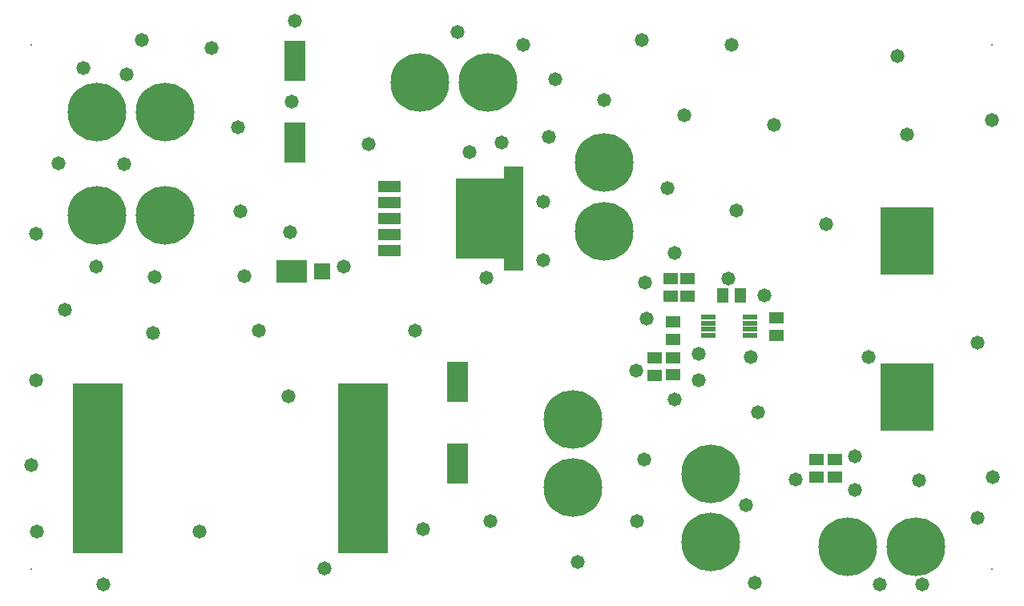
<source format=gbr>
%TF.GenerationSoftware,Altium Limited,Altium Designer,19.1.8 (144)*%
G04 Layer_Color=8388736*
%FSLAX26Y26*%
%MOIN*%
%TF.FileFunction,Soldermask,Top*%
%TF.Part,Single*%
G01*
G75*
%TA.AperFunction,ComponentPad*%
%ADD32C,0.244220*%
%TA.AperFunction,ViaPad*%
%ADD33C,0.008000*%
%ADD34C,0.058000*%
%TA.AperFunction,SMDPad,CuDef*%
%ADD40R,0.067055X0.067843*%
%ADD41R,0.130047X0.094614*%
%ADD42R,0.061024X0.021654*%
%ADD43R,0.208000X0.335953*%
%ADD44R,0.083197X0.433197*%
%ADD45R,0.093039X0.050126*%
%ADD46R,0.059181X0.049339*%
%ADD47R,0.208787X0.708787*%
%ADD48R,0.224535X0.283591*%
%ADD49R,0.063118X0.049339*%
%ADD50R,0.086740X0.169417*%
%ADD51R,0.049339X0.063118*%
D32*
X2539370Y1850394D02*
D03*
Y1566929D02*
D03*
X429134Y2062008D02*
D03*
X712598D02*
D03*
X2409449Y498031D02*
D03*
Y781496D02*
D03*
X2058071Y2184055D02*
D03*
X1774606D02*
D03*
X429134Y1632874D02*
D03*
X712598D02*
D03*
X2984252Y272638D02*
D03*
Y556102D02*
D03*
X3838583Y251969D02*
D03*
X3555118D02*
D03*
D33*
X157480Y2342520D02*
D03*
Y157480D02*
D03*
X4153543D02*
D03*
Y2342520D02*
D03*
D34*
X374016Y2244095D02*
D03*
X3464567Y1594488D02*
D03*
X1240158Y2106299D02*
D03*
X177165Y1555118D02*
D03*
Y944882D02*
D03*
X157480Y590551D02*
D03*
X2115157Y1936024D02*
D03*
X1931102Y2393701D02*
D03*
X2335630Y2199803D02*
D03*
X1027559Y1648622D02*
D03*
X1234252Y1562008D02*
D03*
X1562008Y1930118D02*
D03*
X1981299Y1895669D02*
D03*
X2050197Y1373032D02*
D03*
X1375984Y162402D02*
D03*
X1228347Y878937D02*
D03*
X857284Y315945D02*
D03*
X456693Y95472D02*
D03*
X298228Y1239173D02*
D03*
X545276Y1845472D02*
D03*
X552165Y2217520D02*
D03*
X270669Y1847441D02*
D03*
X616142Y2363189D02*
D03*
X2287402Y1688976D02*
D03*
X3864173Y94488D02*
D03*
X4094488Y373031D02*
D03*
X179134Y315945D02*
D03*
X1105315Y1150591D02*
D03*
X1752953Y1153543D02*
D03*
X2804134Y1744094D02*
D03*
X3181102Y812992D02*
D03*
X3582677Y488189D02*
D03*
X3338583Y530512D02*
D03*
X3128937Y424213D02*
D03*
X3687992Y95472D02*
D03*
X4156496Y541339D02*
D03*
X3850394Y528543D02*
D03*
X3168307Y102362D02*
D03*
X1785433Y324803D02*
D03*
X2065945Y360236D02*
D03*
X2706693Y615158D02*
D03*
X2678150Y357284D02*
D03*
X2429134Y187992D02*
D03*
X2540354Y2113189D02*
D03*
X2311024Y1959646D02*
D03*
X3582677Y628937D02*
D03*
X427165Y1417323D02*
D03*
X908465Y2328740D02*
D03*
X1252953Y2440945D02*
D03*
X2204724Y2342520D02*
D03*
X1456693Y1417323D02*
D03*
X2285433Y1445866D02*
D03*
X2696850Y2362205D02*
D03*
X3070866Y2342520D02*
D03*
X3761811Y2295276D02*
D03*
X4153543Y2027559D02*
D03*
X2874016Y2047244D02*
D03*
X3248032Y2007874D02*
D03*
X3090551Y1653543D02*
D03*
X3799213Y1968504D02*
D03*
X4094488Y1102362D02*
D03*
X3641732Y1043307D02*
D03*
X2672244Y985236D02*
D03*
X2834646Y866142D02*
D03*
X2933071Y944882D02*
D03*
Y1056102D02*
D03*
X3149606Y1043307D02*
D03*
X3208661Y1299213D02*
D03*
X2834646Y1476378D02*
D03*
X2710630Y1351378D02*
D03*
X2716535Y1200787D02*
D03*
X670276Y1376968D02*
D03*
X1043307Y1377953D02*
D03*
X664370Y1142716D02*
D03*
X1017717Y1997047D02*
D03*
X3058189Y1368740D02*
D03*
D40*
X1366142Y1397638D02*
D03*
D41*
X1240158D02*
D03*
D42*
X2973543Y1132323D02*
D03*
Y1157913D02*
D03*
Y1183504D02*
D03*
Y1209094D02*
D03*
X3146772D02*
D03*
Y1183504D02*
D03*
Y1157913D02*
D03*
Y1132323D02*
D03*
D43*
X2028543Y1618110D02*
D03*
D44*
X2162401D02*
D03*
D45*
X1646653Y1484252D02*
D03*
Y1551181D02*
D03*
Y1618110D02*
D03*
Y1685039D02*
D03*
Y1751968D02*
D03*
D46*
X2816772Y1368740D02*
D03*
Y1295906D02*
D03*
X2886772Y1368740D02*
D03*
Y1295906D02*
D03*
X2826772Y1115906D02*
D03*
Y1188740D02*
D03*
D47*
X434055Y578740D02*
D03*
X1536417D02*
D03*
D48*
X3799213Y1525591D02*
D03*
Y875984D02*
D03*
D49*
X2751772Y965905D02*
D03*
Y1038740D02*
D03*
X2826772Y967323D02*
D03*
Y1040157D02*
D03*
X3498937Y541496D02*
D03*
Y614331D02*
D03*
X3423937Y541496D02*
D03*
Y614331D02*
D03*
X3256772Y1130906D02*
D03*
Y1203740D02*
D03*
D50*
X1931102Y939961D02*
D03*
Y597441D02*
D03*
X1253937Y1934055D02*
D03*
Y2276575D02*
D03*
D51*
X3108189Y1297323D02*
D03*
X3035354D02*
D03*
%TF.MD5,e5c11ff604619e1e35a320f60c6b4e80*%
M02*

</source>
